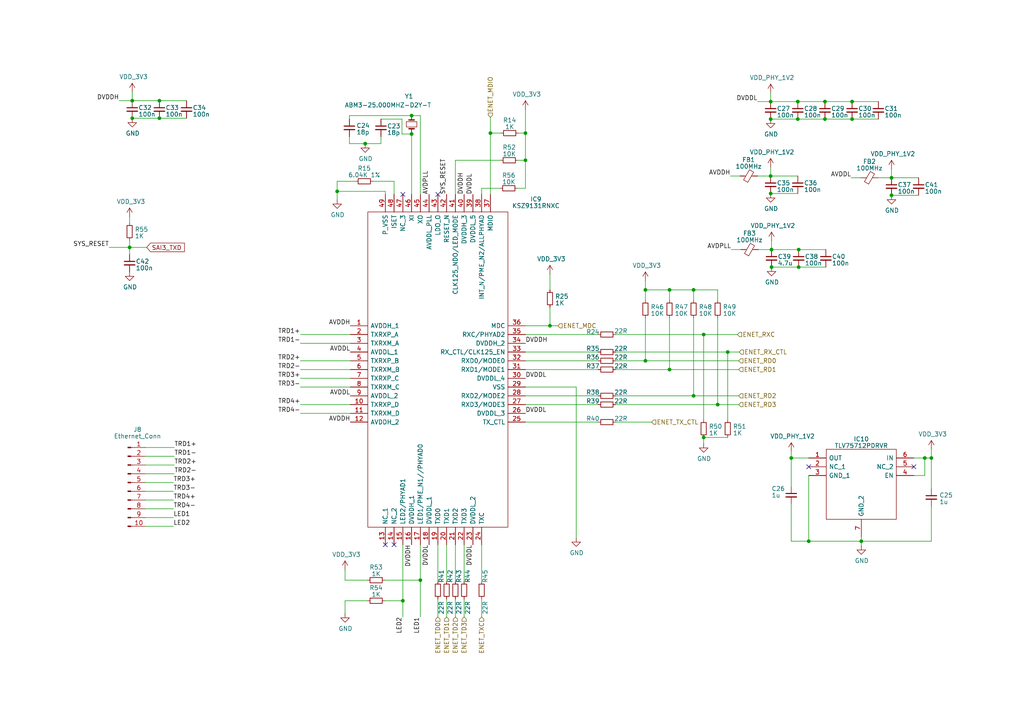
<source format=kicad_sch>
(kicad_sch (version 20230121) (generator eeschema)
  (paper "A4")
  (lib_symbols
    (symbol "Connector:Conn_01x10_Pin" (pin_names (offset 1.016) hide)
      (property "Reference" "J" (at 0 12.7 0))
      (property "Value" "Conn_01x10_Pin" (at 0 -15.24 0))
      (symbol "Conn_01x10_Pin_1_1"
        (polyline (pts (xy 1.27 -12.7) (xy 0.8636 -12.7)) (stroke (width 0.1524)))
        (polyline (pts (xy 1.27 -10.16) (xy 0.8636 -10.16)) (stroke (width 0.1524)))
        (polyline (pts (xy 1.27 -7.62) (xy 0.8636 -7.62)) (stroke (width 0.1524)))
        (polyline (pts (xy 1.27 -5.08) (xy 0.8636 -5.08)) (stroke (width 0.1524)))
        (polyline (pts (xy 1.27 -2.54) (xy 0.8636 -2.54)) (stroke (width 0.1524)))
        (polyline (pts (xy 1.27 0) (xy 0.8636 0)) (stroke (width 0.1524)))
        (polyline (pts (xy 1.27 2.54) (xy 0.8636 2.54)) (stroke (width 0.1524)))
        (polyline (pts (xy 1.27 5.08) (xy 0.8636 5.08)) (stroke (width 0.1524)))
        (polyline (pts (xy 1.27 7.62) (xy 0.8636 7.62)) (stroke (width 0.1524)))
        (polyline (pts (xy 1.27 10.16) (xy 0.8636 10.16)) (stroke (width 0.1524)))
        (rectangle (start 0.8636 -12.573) (end 0 -12.827) (stroke (width 0.1524)) (fill (type outline)))
        (rectangle (start 0.8636 -10.033) (end 0 -10.287) (stroke (width 0.1524)) (fill (type outline)))
        (rectangle (start 0.8636 -7.493) (end 0 -7.747) (stroke (width 0.1524)) (fill (type outline)))
        (rectangle (start 0.8636 -4.953) (end 0 -5.207) (stroke (width 0.1524)) (fill (type outline)))
        (rectangle (start 0.8636 -2.413) (end 0 -2.667) (stroke (width 0.1524)) (fill (type outline)))
        (rectangle (start 0.8636 0.127) (end 0 -0.127) (stroke (width 0.1524)) (fill (type outline)))
        (rectangle (start 0.8636 2.667) (end 0 2.413) (stroke (width 0.1524)) (fill (type outline)))
        (rectangle (start 0.8636 5.207) (end 0 4.953) (stroke (width 0.1524)) (fill (type outline)))
        (rectangle (start 0.8636 7.747) (end 0 7.493) (stroke (width 0.1524)) (fill (type outline)))
        (rectangle (start 0.8636 10.287) (end 0 10.033) (stroke (width 0.1524)) (fill (type outline)))
        (pin passive line (at 5.08 10.16 180) (length 3.81) (name "Pin_1") (number "1"))
        (pin passive line (at 5.08 -12.7 180) (length 3.81) (name "Pin_10") (number "10"))
        (pin passive line (at 5.08 7.62 180) (length 3.81) (name "Pin_2") (number "2"))
        (pin passive line (at 5.08 5.08 180) (length 3.81) (name "Pin_3") (number "3"))
        (pin passive line (at 5.08 2.54 180) (length 3.81) (name "Pin_4") (number "4"))
        (pin passive line (at 5.08 0 180) (length 3.81) (name "Pin_5") (number "5"))
        (pin passive line (at 5.08 -2.54 180) (length 3.81) (name "Pin_6") (number "6"))
        (pin passive line (at 5.08 -5.08 180) (length 3.81) (name "Pin_7") (number "7"))
        (pin passive line (at 5.08 -7.62 180) (length 3.81) (name "Pin_8") (number "8"))
        (pin passive line (at 5.08 -10.16 180) (length 3.81) (name "Pin_9") (number "9"))
      )
    )
    (symbol "Device:C_Small" (pin_numbers hide) (pin_names (offset 0.254) hide)
      (property "Reference" "C" (at 0.254 1.778 0))
      (property "Value" "C_Small" (at 0.254 -2.032 0))
      (symbol "C_Small_0_1"
        (polyline (pts (xy -1.524 -0.508) (xy 1.524 -0.508)) (stroke (width 0.3302)))
        (polyline (pts (xy -1.524 0.508) (xy 1.524 0.508)) (stroke (width 0.3048)))
      )
      (symbol "C_Small_1_1"
        (pin passive line (at 0 2.54 270) (length 2.032) (name "~") (number "1"))
        (pin passive line (at 0 -2.54 90) (length 2.032) (name "~") (number "2"))
      )
    )
    (symbol "Device:Crystal_Small" (pin_numbers hide) (pin_names (offset 1.016) hide)
      (property "Reference" "Y" (at 0 2.54 0))
      (property "Value" "Crystal_Small" (at 0 -2.54 0))
      (symbol "Crystal_Small_0_1"
        (rectangle (start -0.762 -1.524) (end 0.762 1.524))
        (polyline (pts (xy -1.27 -0.762) (xy -1.27 0.762)) (stroke (width 0.381)))
        (polyline (pts (xy 1.27 -0.762) (xy 1.27 0.762)) (stroke (width 0.381)))
      )
      (symbol "Crystal_Small_1_1"
        (pin passive line (at -2.54 0 0) (length 1.27) (name "1") (number "1"))
        (pin passive line (at 2.54 0 180) (length 1.27) (name "2") (number "2"))
      )
    )
    (symbol "Device:FerriteBead_Small" (pin_numbers hide) (pin_names (offset 0))
      (property "Reference" "FB" (at 1.905 1.27 0))
      (property "Value" "FerriteBead_Small" (at 1.905 -1.27 0))
      (symbol "FerriteBead_Small_0_1"
        (polyline (pts (xy 0 -1.27) (xy 0 -0.7874)))
        (polyline (pts (xy 0 0.889) (xy 0 1.2954)))
        (polyline (pts (xy -1.8288 0.2794) (xy -1.1176 1.4986) (xy 1.8288 -0.2032) (xy 1.1176 -1.4224) (xy -1.8288 0.2794)))
      )
      (symbol "FerriteBead_Small_1_1"
        (pin passive line (at 0 2.54 270) (length 1.27) (name "~") (number "1"))
        (pin passive line (at 0 -2.54 90) (length 1.27) (name "~") (number "2"))
      )
    )
    (symbol "Device:R_Small" (pin_numbers hide) (pin_names (offset 0.254) hide)
      (property "Reference" "R" (at 0.762 0.508 0))
      (property "Value" "R_Small" (at 0.762 -1.016 0))
      (symbol "R_Small_0_1"
        (rectangle (start -0.762 1.778) (end 0.762 -1.778) (stroke (width 0.2032)))
      )
      (symbol "R_Small_1_1"
        (pin passive line (at 0 2.54 270) (length 0.762) (name "~") (number "1"))
        (pin passive line (at 0 -2.54 90) (length 0.762) (name "~") (number "2"))
      )
    )
    (symbol "Interface_Ethernet:KSZ9131RNXC" (pin_names (offset 0.762))
      (property "Reference" "IC" (at 46.99 38.1 0))
      (property "Value" "KSZ9131RNXC" (at 46.99 35.56 0))
      (symbol "KSZ9131RNXC_0_0"
        (pin passive line (at 0 0 0) (length 5.08) (name "AVDDH_1") (number "1"))
        (pin passive line (at 0 -22.86 0) (length 5.08) (name "TXRXP_D") (number "10"))
        (pin passive line (at 0 -25.4 0) (length 5.08) (name "TXRXM_D") (number "11"))
        (pin passive line (at 0 -27.94 0) (length 5.08) (name "AVDDH_2") (number "12"))
        (pin passive line (at 10.16 -63.5 90) (length 5.08) (name "NC_1") (number "13"))
        (pin passive line (at 12.7 -63.5 90) (length 5.08) (name "NC_2") (number "14"))
        (pin passive line (at 15.24 -63.5 90) (length 5.08) (name "LED2/PHYAD1") (number "15"))
        (pin passive line (at 17.78 -63.5 90) (length 5.08) (name "DVDDH_1") (number "16"))
        (pin passive line (at 20.32 -63.5 90) (length 5.08) (name "LED1/PME_N1//PHYAD0") (number "17"))
        (pin passive line (at 22.86 -63.5 90) (length 5.08) (name "DVDDL_1") (number "18"))
        (pin passive line (at 25.4 -63.5 90) (length 5.08) (name "TXD0") (number "19"))
        (pin passive line (at 0 -2.54 0) (length 5.08) (name "TXRXP_A") (number "2"))
        (pin passive line (at 27.94 -63.5 90) (length 5.08) (name "TXD1") (number "20"))
        (pin passive line (at 30.48 -63.5 90) (length 5.08) (name "TXD2") (number "21"))
        (pin passive line (at 33.02 -63.5 90) (length 5.08) (name "TXD3") (number "22"))
        (pin passive line (at 35.56 -63.5 90) (length 5.08) (name "DVDDL_2") (number "23"))
        (pin passive line (at 38.1 -63.5 90) (length 5.08) (name "TXC") (number "24"))
        (pin passive line (at 50.8 -27.94 180) (length 5.08) (name "TX_CTL") (number "25"))
        (pin passive line (at 50.8 -25.4 180) (length 5.08) (name "DVDDL_3") (number "26"))
        (pin passive line (at 50.8 -22.86 180) (length 5.08) (name "RXD3/MODE3") (number "27"))
        (pin passive line (at 50.8 -20.32 180) (length 5.08) (name "RXD2/MODE2") (number "28"))
        (pin passive line (at 50.8 -17.78 180) (length 5.08) (name "VSS") (number "29"))
        (pin passive line (at 0 -5.08 0) (length 5.08) (name "TXRXM_A") (number "3"))
        (pin passive line (at 50.8 -15.24 180) (length 5.08) (name "DVDDL_4") (number "30"))
        (pin passive line (at 50.8 -12.7 180) (length 5.08) (name "RXD1/MODE1") (number "31"))
        (pin passive line (at 50.8 -10.16 180) (length 5.08) (name "RXD0/MODE0") (number "32"))
        (pin passive line (at 50.8 -7.62 180) (length 5.08) (name "RX_CTL/CLK125_EN") (number "33"))
        (pin passive line (at 50.8 -5.08 180) (length 5.08) (name "DVDDH_2") (number "34"))
        (pin passive line (at 50.8 -2.54 180) (length 5.08) (name "RXC/PHYAD2") (number "35"))
        (pin passive line (at 50.8 0 180) (length 5.08) (name "MDC") (number "36"))
        (pin passive line (at 40.64 38.1 270) (length 5.08) (name "MDIO") (number "37"))
        (pin passive line (at 38.1 38.1 270) (length 5.08) (name "INT_N/PME_N2/ALLPHYAD") (number "38"))
        (pin passive line (at 35.56 38.1 270) (length 5.08) (name "DVDDL_5") (number "39"))
        (pin passive line (at 0 -7.62 0) (length 5.08) (name "AVDDL_1") (number "4"))
        (pin passive line (at 33.02 38.1 270) (length 5.08) (name "DVDDH_3") (number "40"))
        (pin passive line (at 30.48 38.1 270) (length 5.08) (name "CLK125_NDO/LED_MODE") (number "41"))
        (pin passive line (at 27.94 38.1 270) (length 5.08) (name "RESET_N") (number "42"))
        (pin passive line (at 25.4 38.1 270) (length 5.08) (name "LDO_O") (number "43"))
        (pin passive line (at 22.86 38.1 270) (length 5.08) (name "AVDDL_PLL") (number "44"))
        (pin passive line (at 20.32 38.1 270) (length 5.08) (name "XO") (number "45"))
        (pin passive line (at 17.78 38.1 270) (length 5.08) (name "XI") (number "46"))
        (pin passive line (at 15.24 38.1 270) (length 5.08) (name "NC_3") (number "47"))
        (pin passive line (at 12.7 38.1 270) (length 5.08) (name "ISET") (number "48"))
        (pin passive line (at 10.16 38.1 270) (length 5.08) (name "P_VSS") (number "49"))
        (pin passive line (at 0 -10.16 0) (length 5.08) (name "TXRXP_B") (number "5"))
        (pin passive line (at 0 -12.7 0) (length 5.08) (name "TXRXM_B") (number "6"))
        (pin passive line (at 0 -15.24 0) (length 5.08) (name "TXRXP_C") (number "7"))
        (pin passive line (at 0 -17.78 0) (length 5.08) (name "TXRXM_C") (number "8"))
        (pin passive line (at 0 -20.32 0) (length 5.08) (name "AVDDL_2") (number "9"))
      )
      (symbol "KSZ9131RNXC_0_1"
        (polyline (pts (xy 5.08 33.02) (xy 45.72 33.02) (xy 45.72 -58.42) (xy 5.08 -58.42) (xy 5.08 33.02)) (stroke (width 0.1524)))
      )
    )
    (symbol "Regulator_Linear:TLV75712PDRVR" (pin_names (offset 0.762))
      (property "Reference" "IC" (at 26.67 7.62 0))
      (property "Value" "TLV75712PDRVR" (at 26.67 5.08 0))
      (symbol "TLV75712PDRVR_0_0"
        (pin passive line (at 0 0 0) (length 5.08) (name "OUT") (number "1"))
        (pin passive line (at 0 -2.54 0) (length 5.08) (name "NC_1") (number "2"))
        (pin passive line (at 0 -5.08 0) (length 5.08) (name "GND_1") (number "3"))
        (pin passive line (at 30.48 -5.08 180) (length 5.08) (name "EN") (number "4"))
        (pin passive line (at 30.48 -2.54 180) (length 5.08) (name "NC_2") (number "5"))
        (pin passive line (at 30.48 0 180) (length 5.08) (name "IN") (number "6"))
        (pin passive line (at 15.24 -22.86 90) (length 5.08) (name "GND_2") (number "7"))
      )
      (symbol "TLV75712PDRVR_0_1"
        (polyline (pts (xy 5.08 2.54) (xy 25.4 2.54) (xy 25.4 -17.78) (xy 5.08 -17.78) (xy 5.08 2.54)) (stroke (width 0.1524)))
      )
    )
    (symbol "kimchi_ulid:VDD_3V3" (power) (pin_names (offset 0))
      (property "Value" "VDD_3V3" (at 0 3.556 0))
      (symbol "VDD_3V3_0_1"
        (polyline (pts (xy -0.762 1.27) (xy 0 2.54)))
        (polyline (pts (xy 0 0) (xy 0 2.54)))
        (polyline (pts (xy 0 2.54) (xy 0.762 1.27)))
      )
      (symbol "VDD_3V3_1_1"
        (pin power_in line (at 0 0 90) (length 0) hide (name "VDD_3V3") (number "1"))
      )
    )
    (symbol "kimchi_ulid:VDD_PHY_1V2" (power) (pin_names (offset 0))
      (property "Value" "VDD_PHY_1V2" (at 0 3.556 0))
      (symbol "VDD_PHY_1V2_0_1"
        (polyline (pts (xy -0.762 1.27) (xy 0 2.54)))
        (polyline (pts (xy 0 0) (xy 0 2.54)))
        (polyline (pts (xy 0 2.54) (xy 0.762 1.27)))
      )
      (symbol "VDD_PHY_1V2_1_1"
        (pin power_in line (at 0 0 90) (length 0) hide (name "VDD_PHY_1V2") (number "1"))
      )
    )
    (symbol "power:GND" (power) (pin_names (offset 0))
      (property "Value" "GND" (at 0 -3.81 0))
      (symbol "GND_0_1"
        (polyline (pts (xy 0 0) (xy 0 -1.27) (xy 1.27 -1.27) (xy 0 -2.54) (xy -1.27 -1.27) (xy 0 -1.27)))
      )
      (symbol "GND_1_1"
        (pin power_in line (at 0 0 270) (length 0) hide (name "GND") (number "1"))
      )
    )
  )
  (junction (at 204.089 126.873))
  (junction (at 142.24 38.608))
  (junction (at 223.52 29.464))
  (junction (at 208.153 117.348))
  (junction (at 187.198 84.074))
  (junction (at 249.809 156.972))
  (junction (at 37.592 71.755))
  (junction (at 159.512 94.488))
  (junction (at 211.074 102.108))
  (junction (at 201.168 114.808))
  (junction (at 231.648 77.47))
  (junction (at 116.84 174.244))
  (junction (at 231.648 72.39))
  (junction (at 223.52 51.054))
  (junction (at 204.089 97.028))
  (junction (at 38.354 34.29))
  (junction (at 105.918 41.656))
  (junction (at 46.228 34.29))
  (junction (at 97.79 55.499))
  (junction (at 239.268 29.464))
  (junction (at 231.394 34.544))
  (junction (at 223.774 77.47))
  (junction (at 194.183 84.074))
  (junction (at 258.572 51.562))
  (junction (at 234.569 156.972))
  (junction (at 194.183 107.188))
  (junction (at 119.38 33.528))
  (junction (at 152.4 46.482))
  (junction (at 187.198 104.648))
  (junction (at 152.4 38.608))
  (junction (at 270.129 132.842))
  (junction (at 223.774 72.39))
  (junction (at 258.572 56.642))
  (junction (at 223.52 34.544))
  (junction (at 268.224 132.842))
  (junction (at 239.268 34.544))
  (junction (at 223.52 56.134))
  (junction (at 121.92 168.275))
  (junction (at 247.142 29.464))
  (junction (at 231.394 29.464))
  (junction (at 119.38 38.862))
  (junction (at 247.142 34.544))
  (junction (at 201.168 84.074))
  (junction (at 46.228 29.21))
  (junction (at 229.489 132.842))
  (junction (at 38.354 29.21))
  (no_connect (at 111.76 157.988))
  (no_connect (at 114.3 157.988))
  (no_connect (at 116.84 56.388))
  (no_connect (at 265.049 135.382))
  (no_connect (at 127 56.388))
  (no_connect (at 234.569 135.382))
  (wire (pts (xy 139.7 56.388) (xy 139.7 54.61)))
  (wire (pts (xy 142.24 38.608) (xy 145.288 38.608)))
  (wire (pts (xy 139.7 54.61) (xy 145.034 54.61)))
  (wire (pts (xy 258.572 49.022) (xy 258.572 51.562)))
  (wire (pts (xy 178.562 114.808) (xy 201.168 114.808)))
  (wire (pts (xy 42.164 139.954) (xy 50.292 139.954)))
  (wire (pts (xy 201.168 84.074) (xy 201.168 87.122)))
  (wire (pts (xy 194.183 84.074) (xy 201.168 84.074)))
  (wire (pts (xy 152.4 107.188) (xy 173.482 107.188)))
  (wire (pts (xy 127 173.736) (xy 127 178.943)))
  (wire (pts (xy 42.164 145.034) (xy 50.292 145.034)))
  (wire (pts (xy 152.4 122.428) (xy 173.482 122.428)))
  (wire (pts (xy 111.633 168.275) (xy 121.92 168.275)))
  (wire (pts (xy 152.4 114.808) (xy 173.482 114.808)))
  (wire (pts (xy 231.648 77.47) (xy 239.522 77.47)))
  (wire (pts (xy 101.346 34.544) (xy 101.346 33.528)))
  (wire (pts (xy 150.241 46.482) (xy 152.4 46.482)))
  (wire (pts (xy 178.562 102.108) (xy 211.074 102.108)))
  (wire (pts (xy 265.049 137.922) (xy 268.224 137.922)))
  (wire (pts (xy 247.142 34.544) (xy 254.762 34.544)))
  (wire (pts (xy 152.4 104.648) (xy 173.482 104.648)))
  (wire (pts (xy 159.512 79.502) (xy 159.512 84.074)))
  (wire (pts (xy 116.586 34.544) (xy 110.49 34.544)))
  (wire (pts (xy 110.49 39.624) (xy 110.49 41.656)))
  (wire (pts (xy 101.346 41.656) (xy 105.918 41.656)))
  (wire (pts (xy 204.089 97.028) (xy 213.868 97.028)))
  (wire (pts (xy 219.71 51.054) (xy 223.52 51.054)))
  (wire (pts (xy 87.122 104.648) (xy 101.6 104.648)))
  (wire (pts (xy 211.836 51.054) (xy 214.63 51.054)))
  (wire (pts (xy 97.79 55.499) (xy 97.79 57.912)))
  (wire (pts (xy 270.129 146.812) (xy 270.129 156.972)))
  (wire (pts (xy 223.52 34.544) (xy 231.394 34.544)))
  (wire (pts (xy 132.08 173.736) (xy 132.08 178.943)))
  (wire (pts (xy 159.512 89.154) (xy 159.512 94.488)))
  (wire (pts (xy 178.562 97.028) (xy 204.089 97.028)))
  (wire (pts (xy 152.4 46.482) (xy 152.4 38.608)))
  (wire (pts (xy 223.52 29.464) (xy 231.394 29.464)))
  (wire (pts (xy 201.168 84.074) (xy 208.153 84.074)))
  (wire (pts (xy 152.4 117.348) (xy 173.482 117.348)))
  (wire (pts (xy 121.92 56.388) (xy 121.92 33.528)))
  (wire (pts (xy 258.572 51.562) (xy 266.446 51.562)))
  (wire (pts (xy 152.4 38.608) (xy 152.4 31.75)))
  (wire (pts (xy 119.38 38.608) (xy 119.38 38.862)))
  (wire (pts (xy 121.92 157.988) (xy 121.92 168.275)))
  (wire (pts (xy 204.089 126.873) (xy 204.089 128.651)))
  (wire (pts (xy 87.122 99.568) (xy 101.6 99.568)))
  (wire (pts (xy 254.762 51.562) (xy 258.572 51.562)))
  (wire (pts (xy 239.268 29.464) (xy 247.142 29.464)))
  (wire (pts (xy 223.52 26.924) (xy 223.52 29.464)))
  (wire (pts (xy 101.346 39.624) (xy 101.346 41.656)))
  (wire (pts (xy 229.489 132.842) (xy 229.489 141.097)))
  (wire (pts (xy 167.132 112.268) (xy 167.132 155.956)))
  (wire (pts (xy 34.544 29.21) (xy 38.354 29.21)))
  (wire (pts (xy 270.129 132.842) (xy 270.129 130.302)))
  (wire (pts (xy 270.129 132.842) (xy 270.129 141.732)))
  (wire (pts (xy 37.592 69.723) (xy 37.592 71.755)))
  (wire (pts (xy 211.074 102.108) (xy 214.376 102.108)))
  (wire (pts (xy 37.592 62.865) (xy 37.592 64.643)))
  (wire (pts (xy 111.633 174.244) (xy 116.84 174.244)))
  (wire (pts (xy 142.24 38.608) (xy 142.24 56.388)))
  (wire (pts (xy 119.38 38.862) (xy 116.586 38.862)))
  (wire (pts (xy 31.623 71.755) (xy 37.592 71.755)))
  (wire (pts (xy 134.62 173.736) (xy 134.62 178.943)))
  (wire (pts (xy 87.122 112.268) (xy 101.6 112.268)))
  (wire (pts (xy 152.4 94.488) (xy 159.512 94.488)))
  (wire (pts (xy 229.489 146.177) (xy 229.489 156.972)))
  (wire (pts (xy 208.153 92.202) (xy 208.153 117.348)))
  (wire (pts (xy 42.164 142.494) (xy 50.292 142.494)))
  (wire (pts (xy 152.4 97.028) (xy 173.482 97.028)))
  (wire (pts (xy 239.268 34.544) (xy 247.142 34.544)))
  (wire (pts (xy 178.562 122.428) (xy 188.976 122.428)))
  (wire (pts (xy 187.198 84.074) (xy 194.183 84.074)))
  (wire (pts (xy 97.79 55.499) (xy 111.76 55.499)))
  (wire (pts (xy 110.49 41.656) (xy 105.918 41.656)))
  (wire (pts (xy 87.122 117.348) (xy 101.6 117.348)))
  (wire (pts (xy 201.168 114.808) (xy 214.249 114.808)))
  (wire (pts (xy 46.228 34.29) (xy 54.102 34.29)))
  (wire (pts (xy 204.089 121.793) (xy 204.089 97.028)))
  (wire (pts (xy 223.774 72.39) (xy 231.648 72.39)))
  (wire (pts (xy 152.4 102.108) (xy 173.482 102.108)))
  (wire (pts (xy 152.4 54.61) (xy 152.4 46.482)))
  (wire (pts (xy 231.648 72.39) (xy 239.522 72.39)))
  (wire (pts (xy 219.964 72.39) (xy 223.774 72.39)))
  (wire (pts (xy 249.809 155.702) (xy 249.809 156.972)))
  (wire (pts (xy 38.354 34.29) (xy 46.228 34.29)))
  (wire (pts (xy 178.562 104.648) (xy 187.198 104.648)))
  (wire (pts (xy 42.164 147.574) (xy 50.292 147.574)))
  (wire (pts (xy 229.489 156.972) (xy 234.569 156.972)))
  (wire (pts (xy 116.586 38.862) (xy 116.586 34.544)))
  (wire (pts (xy 159.512 94.488) (xy 161.798 94.488)))
  (wire (pts (xy 178.562 107.188) (xy 194.183 107.188)))
  (wire (pts (xy 208.153 84.074) (xy 208.153 87.122)))
  (wire (pts (xy 258.572 56.642) (xy 266.446 56.642)))
  (wire (pts (xy 42.164 134.874) (xy 50.546 134.874)))
  (wire (pts (xy 37.592 71.755) (xy 42.545 71.755)))
  (wire (pts (xy 114.3 52.578) (xy 108.204 52.578)))
  (wire (pts (xy 106.553 174.244) (xy 100.076 174.244)))
  (wire (pts (xy 223.52 56.134) (xy 231.394 56.134)))
  (wire (pts (xy 100.076 174.244) (xy 100.076 177.927)))
  (wire (pts (xy 194.183 92.202) (xy 194.183 107.188)))
  (wire (pts (xy 100.076 168.275) (xy 100.076 165.227)))
  (wire (pts (xy 116.84 157.988) (xy 116.84 174.244)))
  (wire (pts (xy 129.54 157.988) (xy 129.54 168.656)))
  (wire (pts (xy 234.569 132.842) (xy 229.489 132.842)))
  (wire (pts (xy 187.198 92.202) (xy 187.198 104.648)))
  (wire (pts (xy 42.164 152.654) (xy 50.292 152.654)))
  (wire (pts (xy 132.08 46.482) (xy 145.161 46.482)))
  (wire (pts (xy 223.52 51.054) (xy 231.394 51.054)))
  (wire (pts (xy 187.198 84.074) (xy 187.198 87.122)))
  (wire (pts (xy 208.153 117.348) (xy 214.249 117.348)))
  (wire (pts (xy 201.168 92.202) (xy 201.168 114.808)))
  (wire (pts (xy 134.62 157.988) (xy 134.62 168.656)))
  (wire (pts (xy 139.7 173.736) (xy 139.7 178.943)))
  (wire (pts (xy 223.52 48.514) (xy 223.52 51.054)))
  (wire (pts (xy 121.92 168.275) (xy 121.92 178.943)))
  (wire (pts (xy 37.592 71.755) (xy 37.592 73.787)))
  (wire (pts (xy 178.562 117.348) (xy 208.153 117.348)))
  (wire (pts (xy 212.09 72.39) (xy 214.884 72.39)))
  (wire (pts (xy 87.122 107.188) (xy 101.6 107.188)))
  (wire (pts (xy 229.489 132.842) (xy 229.489 130.937)))
  (wire (pts (xy 187.198 81.407) (xy 187.198 84.074)))
  (wire (pts (xy 142.24 34.036) (xy 142.24 38.608)))
  (wire (pts (xy 121.92 33.528) (xy 119.38 33.528)))
  (wire (pts (xy 132.08 157.988) (xy 132.08 168.656)))
  (wire (pts (xy 246.888 51.562) (xy 249.682 51.562)))
  (wire (pts (xy 223.774 77.47) (xy 231.648 77.47)))
  (wire (pts (xy 268.224 137.922) (xy 268.224 132.842)))
  (wire (pts (xy 187.198 104.648) (xy 214.249 104.648)))
  (wire (pts (xy 87.122 97.028) (xy 101.6 97.028)))
  (wire (pts (xy 150.368 38.608) (xy 152.4 38.608)))
  (wire (pts (xy 87.122 109.728) (xy 101.6 109.728)))
  (wire (pts (xy 194.183 107.188) (xy 214.249 107.188)))
  (wire (pts (xy 38.354 26.67) (xy 38.354 29.21)))
  (wire (pts (xy 111.76 56.388) (xy 111.76 55.499)))
  (wire (pts (xy 265.049 132.842) (xy 268.224 132.842)))
  (wire (pts (xy 119.38 38.862) (xy 119.38 56.388)))
  (wire (pts (xy 268.224 132.842) (xy 270.129 132.842)))
  (wire (pts (xy 194.183 84.074) (xy 194.183 87.122)))
  (wire (pts (xy 129.54 173.736) (xy 129.54 178.943)))
  (wire (pts (xy 106.553 168.275) (xy 100.076 168.275)))
  (wire (pts (xy 114.3 56.388) (xy 114.3 52.578)))
  (wire (pts (xy 38.354 29.21) (xy 46.228 29.21)))
  (wire (pts (xy 42.164 150.114) (xy 50.292 150.114)))
  (wire (pts (xy 150.114 54.61) (xy 152.4 54.61)))
  (wire (pts (xy 46.228 29.21) (xy 54.102 29.21)))
  (wire (pts (xy 132.08 56.388) (xy 132.08 46.482)))
  (wire (pts (xy 127 157.988) (xy 127 168.656)))
  (wire (pts (xy 270.129 156.972) (xy 249.809 156.972)))
  (wire (pts (xy 231.394 34.544) (xy 239.268 34.544)))
  (wire (pts (xy 42.164 137.414) (xy 50.546 137.414)))
  (wire (pts (xy 139.7 157.988) (xy 139.7 168.656)))
  (wire (pts (xy 87.122 119.888) (xy 101.6 119.888)))
  (wire (pts (xy 219.71 29.464) (xy 223.52 29.464)))
  (wire (pts (xy 223.774 69.85) (xy 223.774 72.39)))
  (wire (pts (xy 42.164 129.794) (xy 50.546 129.794)))
  (wire (pts (xy 42.164 132.334) (xy 50.546 132.334)))
  (wire (pts (xy 211.074 102.108) (xy 211.074 121.793)))
  (wire (pts (xy 116.84 174.244) (xy 116.84 178.943)))
  (wire (pts (xy 249.809 156.972) (xy 249.809 158.242)))
  (wire (pts (xy 231.394 29.464) (xy 239.268 29.464)))
  (wire (pts (xy 152.4 112.268) (xy 167.132 112.268)))
  (wire (pts (xy 247.142 29.464) (xy 254.762 29.464)))
  (wire (pts (xy 97.79 52.578) (xy 97.79 55.499)))
  (wire (pts (xy 234.569 156.972) (xy 249.809 156.972)))
  (wire (pts (xy 103.124 52.578) (xy 97.79 52.578)))
  (wire (pts (xy 204.089 126.873) (xy 211.074 126.873)))
  (wire (pts (xy 234.569 137.922) (xy 234.569 156.972)))
  (wire (pts (xy 101.346 33.528) (xy 119.38 33.528)))
  (label "TRD2-" (at 50.546 137.414 0))
  (label "SYS_RESET" (at 129.54 56.388 90))
  (label "AVDDH" (at 211.836 51.054 180))
  (label "DVDDH" (at 34.544 29.21 180))
  (label "AVDPLL" (at 124.46 56.388 90))
  (label "AVDPLL" (at 212.09 72.39 180))
  (label "TRD1-" (at 50.546 132.334 0))
  (label "AVDDH" (at 101.6 122.428 180))
  (label "AVDDL" (at 101.6 102.108 180))
  (label "AVDDL" (at 101.6 114.808 180))
  (label "DVDDL" (at 152.4 109.728 0))
  (label "TRD4-" (at 87.122 119.888 180))
  (label "TRD1-" (at 87.122 99.568 180))
  (label "TRD3-" (at 87.122 112.268 180))
  (label "DVDDL" (at 124.46 157.988 270))
  (label "TRD3+" (at 87.122 109.728 180))
  (label "LED2" (at 50.292 152.654 0))
  (label "TRD2-" (at 87.122 107.188 180))
  (label "SYS_RESET" (at 31.623 71.755 180))
  (label "AVDDL" (at 246.888 51.562 180))
  (label "LED1" (at 121.92 178.943 270))
  (label "LED1" (at 50.292 150.114 0))
  (label "DVDDH" (at 119.38 157.988 270))
  (label "DVDDH" (at 152.4 99.568 0))
  (label "TRD1+" (at 87.122 97.028 180))
  (label "DVDDL" (at 152.4 119.888 0))
  (label "TRD4+" (at 50.292 145.034 0))
  (label "DVDDL" (at 219.71 29.464 180))
  (label "LED2" (at 116.84 178.943 270))
  (label "TRD4-" (at 50.292 147.574 0))
  (label "AVDDH" (at 101.6 94.488 180))
  (label "TRD4+" (at 87.122 117.348 180))
  (label "DVDDL" (at 137.16 157.988 270))
  (label "DVDDL" (at 137.16 56.388 90))
  (label "TRD2+" (at 87.122 104.648 180))
  (label "DVDDH" (at 134.62 56.388 90))
  (label "TRD1+" (at 50.546 129.794 0))
  (label "TRD2+" (at 50.546 134.874 0))
  (label "TRD3+" (at 50.292 139.954 0))
  (label "TRD3-" (at 50.292 142.494 0))
  (global_label "SAI3_TXD" (shape input) (at 42.545 71.755 0) (property "Intersheetrefs" "${INTERSHEET_REFS}" (effects hide)))
  (hierarchical_label "ENET_RD2" (shape input) (at 214.249 114.808 0))
  (hierarchical_label "ENET_MDC" (shape input) (at 161.798 94.488 0))
  (hierarchical_label "ENET_MDIO" (shape input) (at 142.24 34.036 90))
  (hierarchical_label "ENET_TXC" (shape input) (at 139.7 178.943 270))
  (hierarchical_label "ENET_RD3" (shape input) (at 214.249 117.348 0))
  (hierarchical_label "ENET_RD0" (shape input) (at 214.249 104.648 0))
  (hierarchical_label "ENET_RX_CTL" (shape input) (at 214.376 102.108 0))
  (hierarchical_label "ENET_TD0" (shape input) (at 127 178.943 270))
  (hierarchical_label "ENET_TD2" (shape input) (at 132.08 178.943 270))
  (hierarchical_label "ENET_TD3" (shape input) (at 134.62 178.943 270))
  (hierarchical_label "ENET_RXC" (shape input) (at 213.868 97.028 0))
  (hierarchical_label "ENET_TX_CTL" (shape input) (at 188.976 122.428 0))
  (hierarchical_label "ENET_RD1" (shape input) (at 214.249 107.188 0))
  (hierarchical_label "ENET_TD1" (shape input) (at 129.54 178.943 270))
  (symbol (lib_id "Device:R_Small") (at 187.198 89.662 180) (unit 1)
    (property "Reference" "R46" (at 188.6966 89.0183 0) (effects (justify right)))
    (property "Value" "10K" (at 188.6966 90.9393 0) (effects (justify right)))
    (property "Footprint" "Resistor_SMD:R_0402_1005Metric" (effects hide))
  )
  (symbol (lib_id "Device:R_Small") (at 109.093 168.275 270) (unit 1)
    (property "Reference" "R53" (at 109.093 164.5285 90))
    (property "Value" "1K" (at 109.093 166.4495 90))
    (property "Footprint" "Resistor_SMD:R_0402_1005Metric" (effects hide))
  )
  (symbol (lib_id "Device:C_Small") (at 258.572 54.102 0) (unit 1)
    (property "Reference" "C37" (at 260.35 53.594 0) (effects (justify left)))
    (property "Value" "100n" (at 260.35 55.515 0) (effects (justify left)))
    (property "Footprint" "Capacitor_SMD:C_0402_1005Metric" (effects hide))
  )
  (symbol (lib_id "Device:R_Small") (at 109.093 174.244 270) (unit 1)
    (property "Reference" "R54" (at 109.093 170.4975 90))
    (property "Value" "1K" (at 109.093 172.4185 90))
    (property "Footprint" "Resistor_SMD:R_0402_1005Metric" (effects hide))
  )
  (symbol (lib_id "Device:R_Small") (at 129.54 171.196 0) (unit 1)
    (property "Reference" "R42" (at 130.556 167.132 90))
    (property "Value" "22R" (at 130.556 176.276 90))
    (property "Footprint" "Resistor_SMD:R_0402_1005Metric" (effects hide))
  )
  (symbol (lib_id "kimchi_ulid:VDD_PHY_1V2") (at 223.52 48.514 0) (unit 1)
    (property "Reference" "#PWR0119" (effects hide))
    (property "Value" "VDD_PHY_1V2" (at 223.901 44.1198 0))
    (instances (project "kimchi-ethernet-lid" (path "" (reference "#PWR0119") (unit 1))) (project "drone-control" (path "" (reference "#PWR068") (unit 1))))
  )
  (symbol (lib_id "Device:C_Small") (at 37.592 76.327 0) (unit 1)
    (property "Reference" "C42" (at 39.37 75.819 0) (effects (justify left)))
    (property "Value" "100n" (at 39.37 77.74 0) (effects (justify left)))
    (property "Footprint" "Capacitor_SMD:C_0402_1005Metric" (effects hide))
  )
  (symbol (lib_id "Device:FerriteBead_Small") (at 252.222 51.562 90) (unit 1)
    (property "Reference" "FB2" (at 252.1839 46.8503 90))
    (property "Value" "100MHz" (at 252.1839 48.7713 90))
    (property "Footprint" "Inductor_SMD:L_0402_1005Metric" (effects hide))
  )
  (symbol (lib_id "kimchi_ulid:VDD_3V3") (at 37.592 62.865 0) (unit 1)
    (property "Reference" "#PWR0129" (effects hide))
    (property "Value" "VDD_3V3" (at 37.973 58.4708 0))
    (instances (project "kimchi-ethernet-lid" (path "" (reference "#PWR0129") (unit 1))) (project "drone-control" (path "" (reference "#PWR081") (unit 1))))
  )
  (symbol (lib_id "Device:C_Small") (at 239.522 74.93 0) (unit 1)
    (property "Reference" "C40" (at 241.3 74.422 0) (effects (justify left)))
    (property "Value" "100n" (at 241.3 76.343 0) (effects (justify left)))
    (property "Footprint" "Capacitor_SMD:C_0402_1005Metric" (effects hide))
  )
  (symbol (lib_id "Device:R_Small") (at 147.828 38.608 90) (unit 1)
    (property "Reference" "R14" (at 147.828 34.8615 90))
    (property "Value" "1K" (at 147.828 36.7825 90))
    (property "Footprint" "Resistor_SMD:R_0402_1005Metric" (effects hide))
  )
  (symbol (lib_id "kimchi_ulid:VDD_3V3") (at 38.354 26.67 0) (unit 1)
    (property "Reference" "#PWR0129" (effects hide))
    (property "Value" "VDD_3V3" (at 38.735 22.2758 0))
    (instances (project "kimchi-ethernet-lid" (path "" (reference "#PWR0129") (unit 1))) (project "drone-control" (path "" (reference "#PWR066") (unit 1))))
  )
  (symbol (lib_id "Device:C_Small") (at 229.489 143.637 0) (unit 1)
    (property "Reference" "C26" (at 223.774 141.732 0) (effects (justify left)))
    (property "Value" "1u" (at 223.774 143.653 0) (effects (justify left)))
    (property "Footprint" "Capacitor_SMD:C_0402_1005Metric" (effects hide))
  )
  (symbol (lib_id "Device:C_Small") (at 247.142 32.004 0) (unit 1)
    (property "Reference" "C30" (at 248.92 31.496 0) (effects (justify left)))
    (property "Value" "100n" (at 248.92 33.417 0) (effects (justify left)))
    (property "Footprint" "Capacitor_SMD:C_0402_1005Metric" (effects hide))
  )
  (symbol (lib_id "kimchi_ulid:VDD_PHY_1V2") (at 229.489 130.937 0) (unit 1)
    (property "Reference" "#PWR0119" (effects hide))
    (property "Value" "VDD_PHY_1V2" (at 229.87 126.5428 0))
    (instances (project "kimchi-ethernet-lid" (path "" (reference "#PWR0119") (unit 1))) (project "drone-control" (path "" (reference "#PWR064") (unit 1))))
  )
  (symbol (lib_id "Device:C_Small") (at 239.268 32.004 0) (unit 1)
    (property "Reference" "C29" (at 241.046 31.496 0) (effects (justify left)))
    (property "Value" "100n" (at 241.046 33.417 0) (effects (justify left)))
    (property "Footprint" "Capacitor_SMD:C_0402_1005Metric" (effects hide))
  )
  (symbol (lib_id "power:GND") (at 223.52 56.134 0) (unit 1)
    (property "Reference" "#PWR0128" (effects hide))
    (property "Value" "GND" (at 223.647 60.5282 0))
    (instances (project "kimchi-ethernet-lid" (path "" (reference "#PWR0128") (unit 1))) (project "drone-control" (path "" (reference "#PWR069") (unit 1))))
  )
  (symbol (lib_id "Device:FerriteBead_Small") (at 217.424 72.39 90) (unit 1)
    (property "Reference" "FB3" (at 217.3859 67.6783 90))
    (property "Value" "100MHz" (at 217.3859 69.5993 90))
    (property "Footprint" "Inductor_SMD:L_0402_1005Metric" (effects hide))
  )
  (symbol (lib_id "Device:R_Small") (at 194.183 89.662 180) (unit 1)
    (property "Reference" "R47" (at 195.6816 89.0183 0) (effects (justify right)))
    (property "Value" "10K" (at 195.6816 90.9393 0) (effects (justify right)))
    (property "Footprint" "Resistor_SMD:R_0402_1005Metric" (effects hide))
  )
  (symbol (lib_id "kimchi_ulid:VDD_PHY_1V2") (at 223.774 69.85 0) (unit 1)
    (property "Reference" "#PWR0119" (effects hide))
    (property "Value" "VDD_PHY_1V2" (at 224.155 65.4558 0))
    (instances (project "kimchi-ethernet-lid" (path "" (reference "#PWR0119") (unit 1))) (project "drone-control" (path "" (reference "#PWR072") (unit 1))))
  )
  (symbol (lib_id "Device:Crystal_Small") (at 119.38 36.068 90) (unit 1)
    (property "Reference" "Y1" (at 118.618 27.94 90))
    (property "Value" "ABM3-25.000MHZ-D2Y-T" (at 112.522 30.48 90))
    (property "Footprint" "Crystal:XTAL_ABM3-25.000MHZ-D2Y-T" (effects hide))
  )
  (symbol (lib_id "kimchi_ulid:VDD_3V3") (at 159.512 79.502 0) (unit 1)
    (property "Reference" "#PWR0129" (effects hide))
    (property "Value" "VDD_3V3" (at 159.893 75.1078 0))
    (instances (project "kimchi-ethernet-lid" (path "" (reference "#PWR0129") (unit 1))) (project "drone-control" (path "" (reference "#PWR074") (unit 1))))
  )
  (symbol (lib_id "power:GND") (at 223.52 34.544 0) (unit 1)
    (property "Reference" "#PWR0128" (effects hide))
    (property "Value" "GND" (at 223.647 38.9382 0))
    (instances (project "kimchi-ethernet-lid" (path "" (reference "#PWR0128") (unit 1))) (project "drone-control" (path "" (reference "#PWR065") (unit 1))))
  )
  (symbol (lib_id "power:GND") (at 249.809 158.242 0) (unit 1)
    (property "Reference" "#PWR0128" (effects hide))
    (property "Value" "GND" (at 249.936 162.6362 0))
    (instances (project "kimchi-ethernet-lid" (path "" (reference "#PWR0128") (unit 1))) (project "drone-control" (path "" (reference "#PWR062") (unit 1))))
  )
  (symbol (lib_id "power:GND") (at 97.79 57.912 0) (unit 1)
    (property "Reference" "#PWR0128" (effects hide))
    (property "Value" "GND" (at 97.917 62.3062 0))
    (instances (project "kimchi-ethernet-lid" (path "" (reference "#PWR0128") (unit 1))) (project "drone-control" (path "" (reference "#PWR060") (unit 1))))
  )
  (symbol (lib_id "Device:C_Small") (at 101.346 37.084 0) (unit 1)
    (property "Reference" "C24" (at 103.378 36.433 0) (effects (justify left)))
    (property "Value" "18p" (at 103.378 38.354 0) (effects (justify left)))
    (property "Footprint" "Capacitor_SMD:C_0402_1005Metric" (effects hide))
  )
  (symbol (lib_id "Device:C_Small") (at 270.129 144.272 0) (unit 1)
    (property "Reference" "C25" (at 272.4531 143.6346 0) (effects (justify left)))
    (property "Value" "1u" (at 272.4531 145.5556 0) (effects (justify left)))
    (property "Footprint" "Capacitor_SMD:C_0402_1005Metric" (effects hide))
  )
  (symbol (lib_id "kimchi_ulid:VDD_3V3") (at 270.129 130.302 0) (unit 1)
    (property "Reference" "#PWR0129" (effects hide))
    (property "Value" "VDD_3V3" (at 270.51 125.9078 0))
    (instances (project "kimchi-ethernet-lid" (path "" (reference "#PWR0129") (unit 1))) (project "drone-control" (path "" (reference "#PWR063") (unit 1))))
  )
  (symbol (lib_id "kimchi_ulid:VDD_3V3") (at 100.076 165.227 0) (unit 1)
    (property "Reference" "#PWR0129" (effects hide))
    (property "Value" "VDD_3V3" (at 100.457 160.8328 0))
    (instances (project "kimchi-ethernet-lid" (path "" (reference "#PWR0129") (unit 1))) (project "drone-control" (path "" (reference "#PWR079") (unit 1))))
  )
  (symbol (lib_id "Device:R_Small") (at 127 171.196 0) (unit 1)
    (property "Reference" "R41" (at 128.016 167.132 90))
    (property "Value" "22R" (at 128.016 176.276 90))
    (property "Footprint" "Resistor_SMD:R_0402_1005Metric" (effects hide))
  )
  (symbol (lib_id "Device:R_Small") (at 132.08 171.196 0) (unit 1)
    (property "Reference" "R43" (at 133.096 167.132 90))
    (property "Value" "22R" (at 133.096 176.276 90))
    (property "Footprint" "Resistor_SMD:R_0402_1005Metric" (effects hide))
  )
  (symbol (lib_id "Device:R_Small") (at 208.153 89.662 180) (unit 1)
    (property "Reference" "R49" (at 209.6516 89.0183 0) (effects (justify right)))
    (property "Value" "10K" (at 209.6516 90.9393 0) (effects (justify right)))
    (property "Footprint" "Resistor_SMD:R_0402_1005Metric" (effects hide))
  )
  (symbol (lib_id "Device:C_Small") (at 231.648 74.93 0) (unit 1)
    (property "Reference" "C38" (at 233.426 74.422 0) (effects (justify left)))
    (property "Value" "100n" (at 233.426 76.343 0) (effects (justify left)))
    (property "Footprint" "Capacitor_SMD:C_0402_1005Metric" (effects hide))
  )
  (symbol (lib_id "Device:C_Small") (at 223.52 32.004 0) (unit 1)
    (property "Reference" "C27" (at 225.298 31.496 0) (effects (justify left)))
    (property "Value" "100n" (at 225.298 33.417 0) (effects (justify left)))
    (property "Footprint" "Capacitor_SMD:C_0402_1005Metric" (effects hide))
  )
  (symbol (lib_id "Device:R_Small") (at 176.022 104.648 90) (unit 1)
    (property "Reference" "R36" (at 171.958 103.632 90))
    (property "Value" "22R" (at 180.086 103.632 90))
    (property "Footprint" "Resistor_SMD:R_0402_1005Metric" (effects hide))
  )
  (symbol (lib_id "Device:R_Small") (at 147.574 54.61 90) (unit 1)
    (property "Reference" "R56" (at 147.574 50.8635 90))
    (property "Value" "10K" (at 147.574 52.7845 90))
    (property "Footprint" "Resistor_SMD:R_0402_1005Metric" (effects hide))
  )
  (symbol (lib_id "Device:R_Small") (at 176.022 107.188 90) (unit 1)
    (property "Reference" "R37" (at 171.958 106.172 90))
    (property "Value" "22R" (at 180.086 106.172 90))
    (property "Footprint" "Resistor_SMD:R_0402_1005Metric" (effects hide))
  )
  (symbol (lib_id "kimchi_ulid:VDD_PHY_1V2") (at 223.52 26.924 0) (unit 1)
    (property "Reference" "#PWR0119" (effects hide))
    (property "Value" "VDD_PHY_1V2" (at 223.901 22.5298 0))
    (instances (project "kimchi-ethernet-lid" (path "" (reference "#PWR0119") (unit 1))) (project "drone-control" (path "" (reference "#PWR061") (unit 1))))
  )
  (symbol (lib_id "kimchi_ulid:VDD_3V3") (at 187.198 81.407 0) (unit 1)
    (property "Reference" "#PWR0129" (effects hide))
    (property "Value" "VDD_3V3" (at 187.579 77.0128 0))
    (instances (project "kimchi-ethernet-lid" (path "" (reference "#PWR0129") (unit 1))) (project "drone-control" (path "" (reference "#PWR076") (unit 1))))
  )
  (symbol (lib_id "power:GND") (at 38.354 34.29 0) (unit 1)
    (property "Reference" "#PWR0128" (effects hide))
    (property "Value" "GND" (at 38.481 38.6842 0))
    (instances (project "kimchi-ethernet-lid" (path "" (reference "#PWR0128") (unit 1))) (project "drone-control" (path "" (reference "#PWR067") (unit 1))))
  )
  (symbol (lib_id "Device:R_Small") (at 176.022 102.108 90) (unit 1)
    (property "Reference" "R35" (at 171.958 101.092 90))
    (property "Value" "22R" (at 180.086 101.092 90))
    (property "Footprint" "Resistor_SMD:R_0402_1005Metric" (effects hide))
  )
  (symbol (lib_id "Device:R_Small") (at 176.022 97.028 90) (unit 1)
    (property "Reference" "R24" (at 171.958 96.266 90))
    (property "Value" "22R" (at 180.086 96.012 90))
    (property "Footprint" "Resistor_SMD:R_0402_1005Metric" (effects hide))
  )
  (symbol (lib_id "Device:R_Small") (at 176.022 122.428 90) (unit 1)
    (property "Reference" "R40" (at 171.958 121.412 90))
    (property "Value" "22R" (at 180.086 121.412 90))
    (property "Footprint" "Resistor_SMD:R_0402_1005Metric" (effects hide))
  )
  (symbol (lib_id "Device:R_Small") (at 134.62 171.196 0) (unit 1)
    (property "Reference" "R44" (at 135.636 167.132 90))
    (property "Value" "22R" (at 135.636 176.276 90))
    (property "Footprint" "Resistor_SMD:R_0402_1005Metric" (effects hide))
  )
  (symbol (lib_id "Device:R_Small") (at 204.089 124.333 180) (unit 1)
    (property "Reference" "R50" (at 205.5876 123.6893 0) (effects (justify right)))
    (property "Value" "1K" (at 205.5876 125.6103 0) (effects (justify right)))
    (property "Footprint" "Resistor_SMD:R_0402_1005Metric" (effects hide))
  )
  (symbol (lib_id "power:GND") (at 204.089 128.651 0) (unit 1)
    (property "Reference" "#PWR0128" (effects hide))
    (property "Value" "GND" (at 204.216 133.0452 0))
    (instances (project "kimchi-ethernet-lid" (path "" (reference "#PWR0128") (unit 1))) (project "drone-control" (path "" (reference "#PWR077") (unit 1))))
  )
  (symbol (lib_id "power:GND") (at 167.132 155.956 0) (unit 1)
    (property "Reference" "#PWR0128" (effects hide))
    (property "Value" "GND" (at 167.259 160.3502 0))
    (instances (project "kimchi-ethernet-lid" (path "" (reference "#PWR0128") (unit 1))) (project "drone-control" (path "" (reference "#PWR075") (unit 1))))
  )
  (symbol (lib_id "power:GND") (at 258.572 56.642 0) (unit 1)
    (property "Reference" "#PWR0128" (effects hide))
    (property "Value" "GND" (at 258.699 61.0362 0))
    (instances (project "kimchi-ethernet-lid" (path "" (reference "#PWR0128") (unit 1))) (project "drone-control" (path "" (reference "#PWR071") (unit 1))))
  )
  (symbol (lib_id "Device:C_Small") (at 38.354 31.75 0) (unit 1)
    (property "Reference" "C32" (at 40.132 31.242 0) (effects (justify left)))
    (property "Value" "100n" (at 40.132 33.163 0) (effects (justify left)))
    (property "Footprint" "Capacitor_SMD:C_0402_1005Metric" (effects hide))
  )
  (symbol (lib_id "power:GND") (at 100.076 177.927 0) (unit 1)
    (property "Reference" "#PWR0128" (effects hide))
    (property "Value" "GND" (at 100.203 182.3212 0))
    (instances (project "kimchi-ethernet-lid" (path "" (reference "#PWR0128") (unit 1))) (project "drone-control" (path "" (reference "#PWR078") (unit 1))))
  )
  (symbol (lib_id "power:GND") (at 223.774 77.47 0) (unit 1)
    (property "Reference" "#PWR0128" (effects hide))
    (property "Value" "GND" (at 223.901 81.8642 0))
    (instances (project "kimchi-ethernet-lid" (path "" (reference "#PWR0128") (unit 1))) (project "drone-control" (path "" (reference "#PWR073") (unit 1))))
  )
  (symbol (lib_id "power:GND") (at 37.592 78.867 0) (unit 1)
    (property "Reference" "#PWR0128" (effects hide))
    (property "Value" "GND" (at 37.719 83.2612 0))
    (instances (project "kimchi-ethernet-lid" (path "" (reference "#PWR0128") (unit 1))) (project "drone-control" (path "" (reference "#PWR080") (unit 1))))
  )
  (symbol (lib_id "Device:R_Small") (at 37.592 67.183 180) (unit 1)
    (property "Reference" "R55" (at 39.0906 66.5393 0) (effects (justify right)))
    (property "Value" "1K" (at 39.0906 68.4603 0) (effects (justify right)))
    (property "Footprint" "Resistor_SMD:R_0402_1005Metric" (effects hide))
  )
  (symbol (lib_id "kimchi_ulid:VDD_3V3") (at 152.4 31.75 0) (unit 1)
    (property "Reference" "#PWR0129" (effects hide))
    (property "Value" "VDD_3V3" (at 152.781 27.3558 0))
    (instances (project "kimchi-ethernet-lid" (path "" (reference "#PWR0129") (unit 1))) (project "drone-control" (path "" (reference "#PWR059") (unit 1))))
  )
  (symbol (lib_id "Device:R_Small") (at 201.168 89.662 180) (unit 1)
    (property "Reference" "R48" (at 202.6666 89.0183 0) (effects (justify right)))
    (property "Value" "10K" (at 202.6666 90.9393 0) (effects (justify right)))
    (property "Footprint" "Resistor_SMD:R_0402_1005Metric" (effects hide))
  )
  (symbol (lib_id "Device:R_Small") (at 176.022 117.348 90) (unit 1)
    (property "Reference" "R39" (at 171.958 116.332 90))
    (property "Value" "22R" (at 180.086 116.332 90))
    (property "Footprint" "Resistor_SMD:R_0402_1005Metric" (effects hide))
  )
  (symbol (lib_id "Device:C_Small") (at 223.52 53.594 0) (unit 1)
    (property "Reference" "C35" (at 225.298 53.086 0) (effects (justify left)))
    (property "Value" "100n" (at 225.298 55.007 0) (effects (justify left)))
    (property "Footprint" "Capacitor_SMD:C_0402_1005Metric" (effects hide))
  )
  (symbol (lib_id "Device:C_Small") (at 266.446 54.102 0) (unit 1)
    (property "Reference" "C41" (at 268.224 53.594 0) (effects (justify left)))
    (property "Value" "100n" (at 268.224 55.515 0) (effects (justify left)))
    (property "Footprint" "Capacitor_SMD:C_0402_1005Metric" (effects hide))
  )
  (symbol (lib_id "kimchi_ulid:VDD_PHY_1V2") (at 258.572 49.022 0) (unit 1)
    (property "Reference" "#PWR0119" (effects hide))
    (property "Value" "VDD_PHY_1V2" (at 258.953 44.6278 0))
    (instances (project "kimchi-ethernet-lid" (path "" (reference "#PWR0119") (unit 1))) (project "drone-control" (path "" (reference "#PWR070") (unit 1))))
  )
  (symbol (lib_id "Device:C_Small") (at 254.762 32.004 0) (unit 1)
    (property "Reference" "C31" (at 256.54 31.496 0) (effects (justify left)))
    (property "Value" "100n" (at 256.54 33.417 0) (effects (justify left)))
    (property "Footprint" "Capacitor_SMD:C_0402_1005Metric" (effects hide))
  )
  (symbol (lib_id "Device:C_Small") (at 46.228 31.75 0) (unit 1)
    (property "Reference" "C33" (at 48.006 31.242 0) (effects (justify left)))
    (property "Value" "100n" (at 48.006 33.163 0) (effects (justify left)))
    (property "Footprint" "Capacitor_SMD:C_0402_1005Metric" (effects hide))
  )
  (symbol (lib_id "Device:C_Small") (at 223.774 74.93 0) (unit 1)
    (property "Reference" "C39" (at 225.552 74.422 0) (effects (justify left)))
    (property "Value" "4.7u" (at 225.552 76.343 0) (effects (justify left)))
    (property "Footprint" "Capacitor_SMD:C_0402_1005Metric" (effects hide))
  )
  (symbol (lib_id "Device:C_Small") (at 110.49 37.084 0) (unit 1)
    (property "Reference" "C23" (at 112.268 36.576 0) (effects (justify left)))
    (property "Value" "18p" (at 112.268 38.497 0) (effects (justify left)))
    (property "Footprint" "Capacitor_SMD:C_0402_1005Metric" (effects hide))
  )
  (symbol (lib_id "Device:R_Small") (at 105.664 52.578 90) (unit 1)
    (property "Reference" "R15" (at 105.664 48.8315 90))
    (property "Value" "6.04K 1%" (at 105.664 50.7525 90))
    (property "Footprint" "Resistor_SMD:R_0402_1005Metric" (effects hide))
  )
  (symbol (lib_id "Device:R_Small") (at 147.701 46.482 90) (unit 1)
    (property "Reference" "R52" (at 147.701 42.7355 90))
    (property "Value" "10K" (at 147.701 44.6565 90))
    (property "Footprint" "Resistor_SMD:R_0402_1005Metric" (effects hide))
  )
  (symbol (lib_id "Device:FerriteBead_Small") (at 217.17 51.054 90) (unit 1)
    (property "Reference" "FB1" (at 217.1319 46.3423 90))
    (property "Value" "100MHz" (at 217.1319 48.2633 90))
    (property "Footprint" "Inductor_SMD:L_0402_1005Metric" (effects hide))
  )
  (symbol (lib_id "Interface_Ethernet:KSZ9131RNXC") (at 101.6 94.488 0) (unit 1)
    (property "Reference" "IC9" (at 155.448 57.769 0))
    (property "Value" "KSZ9131RNXC" (at 155.448 59.69 0))
    (property "Footprint" "drone-control:QFN50P700X700X90-49N" (effects hide))
    (property "Datasheet" "http://ww1.microchip.com/downloads/en/DeviceDoc/00002841B.pdf" (effects hide))
    (property "Description" "Ethernet ICs Gigabit Ethernet Transceiver with RGMII support" (effects hide))
    (property "Height" "0.9" (effects hide))
    (property "Mouser Part Number" "579-KSZ9131RNXC" (effects hide))
    (property "Mouser Price/Stock" "https://www.mouser.co.uk/ProductDetail/Microchip-Technology/KSZ9131RNXC?qs=BJlw7L4Cy7%2FPwSX29HPjTw%3D%3D" (effects hide))
    (property "Manufacturer_Name" "Microchip" (effects hide))
    (property "Manufacturer_Part_Number" "KSZ9131RNXC" (effects hide))
  )
  (symbol (lib_id "Device:R_Small") (at 159.512 86.614 180) (unit 1)
    (property "Reference" "R25" (at 161.0106 85.9703 0) (effects (justify right)))
    (property "Value" "1K" (at 161.0106 87.8913 0) (effects (justify right)))
    (property "Footprint" "Resistor_SMD:R_0402_1005Metric" (effects hide))
  )
  (symbol (lib_id "Device:R_Small") (at 211.074 124.333 180) (unit 1)
    (property "Reference" "R51" (at 212.5726 123.6893 0) (effects (justify right)))
    (property "Value" "1K" (at 212.5726 125.6103 0) (effects (justify right)))
    (property "Footprint" "Resistor_SMD:R_0402_1005Metric" (effects hide))
  )
  (symbol (lib_id "Device:R_Small") (at 139.7 171.196 0) (unit 1)
    (property "Reference" "R45" (at 140.716 167.132 90))
    (property "Value" "22R" (at 140.716 176.276 90))
    (property "Footprint" "Resistor_SMD:R_0402_1005Metric" (effects hide))
  )
  (symbol (lib_id "power:GND") (at 105.918 41.656 0) (unit 1)
    (property "Reference" "#PWR0128" (effects hide))
    (property "Value" "GND" (at 106.045 46.0502 0))
    (instances (project "kimchi-ethernet-lid" (path "" (reference "#PWR0128") (unit 1))) (project "drone-control" (path "" (reference "#PWR029") (unit 1))))
  )
  (symbol (lib_id "Device:C_Small") (at 231.394 32.004 0) (unit 1)
    (property "Reference" "C28" (at 233.172 31.496 0) (effects (justify left)))
    (property "Value" "100n" (at 233.172 33.417 0) (effects (justify left)))
    (property "Footprint" "Capacitor_SMD:C_0402_1005Metric" (effects hide))
  )
  (symbol (lib_id "Device:C_Small") (at 54.102 31.75 0) (unit 1)
    (property "Reference" "C34" (at 55.88 31.242 0) (effects (justify left)))
    (property "Value" "100n" (at 55.88 33.163 0) (effects (justify left)))
    (property "Footprint" "Capacitor_SMD:C_0402_1005Metric" (effects hide))
  )
  (symbol (lib_id "Device:R_Small") (at 176.022 114.808 90) (unit 1)
    (property "Reference" "R38" (at 171.958 113.792 90))
    (property "Value" "22R" (at 180.086 113.792 90))
    (property "Footprint" "Resistor_SMD:R_0402_1005Metric" (effects hide))
  )
  (symbol (lib_id "Connector:Conn_01x10_Pin") (at 37.084 139.954 0) (unit 1)
    (property "Reference" "J8" (at 39.878 124.587 0))
    (property "Value" "Ethernet_Conn" (at 39.878 126.508 0))
    (property "Footprint" "Connector_JST:JST_SH_SM10B-SRSS-TB_1x10-1MP_P1.00mm_Horizontal" (effects hide))
  )
  (symbol (lib_id "Device:C_Small") (at 231.394 53.594 0) (unit 1)
    (property "Reference" "C36" (at 233.172 53.086 0) (effects (justify left)))
    (property "Value" "100n" (at 233.172 55.007 0) (effects (justify left)))
    (property "Footprint" "Capacitor_SMD:C_0402_1005Metric" (effects hide))
  )
  (symbol (lib_id "Regulator_Linear:TLV75712PDRVR") (at 234.569 132.842 0) (unit 1)
    (property "Reference" "IC10" (at 249.809 127.3429 0))
    (property "Value" "TLV75712PDRVR" (at 249.809 129.2639 0))
    (property "Footprint" "Package_SON:SON65P200X200X80-7N" (effects hide))
    (property "Datasheet" "http://www.ti.com/lit/gpn/tlv757p" (effects hide))
    (property "Description" "1A Low-Quiescent-Current Low-Dropout (LDO) Regulator" (effects hide))
    (property "Height" "0.8" (effects hide))
    (property "Mouser Part Number" "595-TLV75712PDRVR" (effects hide))
    (property "Mouser Price/Stock" "https://www.mouser.co.uk/ProductDetail/Texas-Instruments/TLV75712PDRVR?qs=W0yvOO0ixfE0S5wAHOsqRQ%3D%3D" (effects hide))
    (property "Manufacturer_Name" "Texas Instruments" (effects hide))
    (property "Manufacturer_Part_Number" "TLV75712PDRVR" (effects hide))
  )
)
</source>
